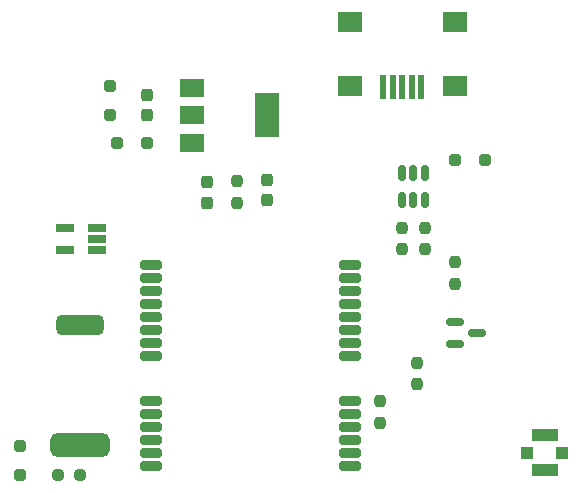
<source format=gtp>
%TF.GenerationSoftware,KiCad,Pcbnew,7.0.4*%
%TF.CreationDate,2023-06-12T18:25:08+02:00*%
%TF.ProjectId,ublox-lea-6h-breakout,75626c6f-782d-46c6-9561-2d36682d6272,rev?*%
%TF.SameCoordinates,Original*%
%TF.FileFunction,Paste,Top*%
%TF.FilePolarity,Positive*%
%FSLAX46Y46*%
G04 Gerber Fmt 4.6, Leading zero omitted, Abs format (unit mm)*
G04 Created by KiCad (PCBNEW 7.0.4) date 2023-06-12 18:25:08*
%MOMM*%
%LPD*%
G01*
G04 APERTURE LIST*
G04 Aperture macros list*
%AMRoundRect*
0 Rectangle with rounded corners*
0 $1 Rounding radius*
0 $2 $3 $4 $5 $6 $7 $8 $9 X,Y pos of 4 corners*
0 Add a 4 corners polygon primitive as box body*
4,1,4,$2,$3,$4,$5,$6,$7,$8,$9,$2,$3,0*
0 Add four circle primitives for the rounded corners*
1,1,$1+$1,$2,$3*
1,1,$1+$1,$4,$5*
1,1,$1+$1,$6,$7*
1,1,$1+$1,$8,$9*
0 Add four rect primitives between the rounded corners*
20,1,$1+$1,$2,$3,$4,$5,0*
20,1,$1+$1,$4,$5,$6,$7,0*
20,1,$1+$1,$6,$7,$8,$9,0*
20,1,$1+$1,$8,$9,$2,$3,0*%
G04 Aperture macros list end*
%ADD10R,1.560000X0.650000*%
%ADD11RoundRect,0.200000X-0.700000X-0.200000X0.700000X-0.200000X0.700000X0.200000X-0.700000X0.200000X0*%
%ADD12RoundRect,0.237500X0.237500X-0.250000X0.237500X0.250000X-0.237500X0.250000X-0.237500X-0.250000X0*%
%ADD13RoundRect,0.250000X0.250000X-0.250000X0.250000X0.250000X-0.250000X0.250000X-0.250000X-0.250000X0*%
%ADD14RoundRect,0.237500X-0.237500X0.250000X-0.237500X-0.250000X0.237500X-0.250000X0.237500X0.250000X0*%
%ADD15RoundRect,0.250000X0.250000X0.250000X-0.250000X0.250000X-0.250000X-0.250000X0.250000X-0.250000X0*%
%ADD16RoundRect,0.500000X2.000000X0.500000X-2.000000X0.500000X-2.000000X-0.500000X2.000000X-0.500000X0*%
%ADD17RoundRect,0.425000X1.575000X0.425000X-1.575000X0.425000X-1.575000X-0.425000X1.575000X-0.425000X0*%
%ADD18R,1.000000X1.000000*%
%ADD19R,2.200000X1.050000*%
%ADD20RoundRect,0.150000X-0.587500X-0.150000X0.587500X-0.150000X0.587500X0.150000X-0.587500X0.150000X0*%
%ADD21RoundRect,0.150000X-0.150000X0.512500X-0.150000X-0.512500X0.150000X-0.512500X0.150000X0.512500X0*%
%ADD22R,2.000000X1.500000*%
%ADD23R,2.000000X3.800000*%
%ADD24R,0.500000X2.000000*%
%ADD25R,2.000000X1.700000*%
%ADD26RoundRect,0.237500X-0.237500X0.300000X-0.237500X-0.300000X0.237500X-0.300000X0.237500X0.300000X0*%
%ADD27RoundRect,0.237500X-0.237500X0.287500X-0.237500X-0.287500X0.237500X-0.287500X0.237500X0.287500X0*%
%ADD28RoundRect,0.237500X-0.250000X-0.237500X0.250000X-0.237500X0.250000X0.237500X-0.250000X0.237500X0*%
%ADD29RoundRect,0.237500X0.237500X-0.300000X0.237500X0.300000X-0.237500X0.300000X-0.237500X-0.300000X0*%
G04 APERTURE END LIST*
D10*
%TO.C,U2*%
X99220000Y-106675000D03*
X99220000Y-105725000D03*
X99220000Y-104775000D03*
X96520000Y-104775000D03*
X96520000Y-106675000D03*
%TD*%
D11*
%TO.C,U1*%
X103850000Y-107925000D03*
X103850000Y-109025000D03*
X103850000Y-110125000D03*
X103850000Y-111225000D03*
X103850000Y-112325000D03*
X103850000Y-113425000D03*
X103850000Y-114525000D03*
X103850000Y-115625000D03*
X103850000Y-119425000D03*
X103850000Y-120525000D03*
X103850000Y-121625000D03*
X103850000Y-122725000D03*
X103850000Y-123825000D03*
X103850000Y-124925000D03*
X120650000Y-124925000D03*
X120650000Y-123825000D03*
X120650000Y-122725000D03*
X120650000Y-121625000D03*
X120650000Y-120525000D03*
X120650000Y-119425000D03*
X120650000Y-115625000D03*
X120650000Y-114525000D03*
X120650000Y-113425000D03*
X120650000Y-112325000D03*
X120650000Y-111225000D03*
X120650000Y-110125000D03*
X120650000Y-109025000D03*
X120650000Y-107925000D03*
%TD*%
D12*
%TO.C,R6*%
X126365000Y-118030000D03*
X126365000Y-116205000D03*
%TD*%
%TO.C,R4*%
X127000000Y-106600000D03*
X127000000Y-104775000D03*
%TD*%
D13*
%TO.C,D1*%
X92710000Y-125730000D03*
X92710000Y-123230000D03*
%TD*%
D14*
%TO.C,R1*%
X123190000Y-119460000D03*
X123190000Y-121285000D03*
%TD*%
D15*
%TO.C,D3*%
X132060000Y-99060000D03*
X129560000Y-99060000D03*
%TD*%
D16*
%TO.C,C1*%
X97790000Y-123180000D03*
D17*
X97790000Y-113030000D03*
%TD*%
D12*
%TO.C,R7*%
X129540000Y-109497500D03*
X129540000Y-107672500D03*
%TD*%
D18*
%TO.C,J1*%
X135660000Y-123825000D03*
D19*
X137160000Y-122350000D03*
D18*
X138660000Y-123825000D03*
D19*
X137160000Y-125300000D03*
%TD*%
D20*
%TO.C,Q1*%
X129570000Y-112715000D03*
X129570000Y-114615000D03*
X131445000Y-113665000D03*
%TD*%
D21*
%TO.C,U4*%
X126995000Y-100152500D03*
X126045000Y-100152500D03*
X125095000Y-100152500D03*
X125095000Y-102427500D03*
X126045000Y-102427500D03*
X126995000Y-102427500D03*
%TD*%
D14*
%TO.C,R5*%
X111120000Y-100805000D03*
X111120000Y-102630000D03*
%TD*%
D22*
%TO.C,U3*%
X107310000Y-92950000D03*
X107310000Y-95250000D03*
D23*
X113610000Y-95250000D03*
D22*
X107310000Y-97550000D03*
%TD*%
D24*
%TO.C,J10*%
X126695000Y-92870000D03*
X125895000Y-92870000D03*
X125095000Y-92870000D03*
X124295000Y-92870000D03*
X123495000Y-92870000D03*
D25*
X129545000Y-92770000D03*
X129545000Y-87320000D03*
X120645000Y-92770000D03*
X120645000Y-87320000D03*
%TD*%
D26*
%TO.C,C3*%
X113660000Y-100725000D03*
X113660000Y-102450000D03*
%TD*%
D13*
%TO.C,D2*%
X100330000Y-95230000D03*
X100330000Y-92730000D03*
%TD*%
D27*
%TO.C,D5*%
X108580000Y-100880000D03*
X108580000Y-102630000D03*
%TD*%
D15*
%TO.C,D4*%
X103480000Y-97550000D03*
X100980000Y-97550000D03*
%TD*%
D28*
%TO.C,R2*%
X95965000Y-125730000D03*
X97790000Y-125730000D03*
%TD*%
D14*
%TO.C,R3*%
X125095000Y-104775000D03*
X125095000Y-106600000D03*
%TD*%
D29*
%TO.C,C2*%
X103500000Y-95237500D03*
X103500000Y-93512500D03*
%TD*%
M02*

</source>
